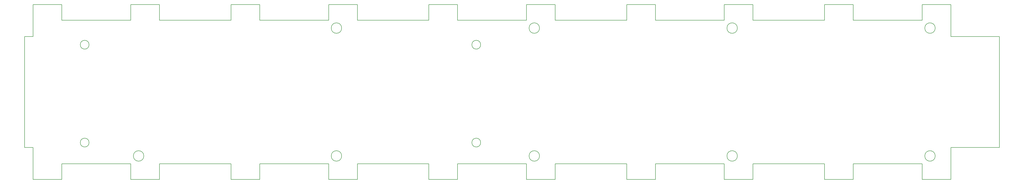
<source format=gbr>
G04 #@! TF.GenerationSoftware,KiCad,Pcbnew,5.0.2-bee76a0~70~ubuntu16.04.1*
G04 #@! TF.CreationDate,2019-05-02T01:50:19-04:00*
G04 #@! TF.ProjectId,BMS_Structural,424d535f-5374-4727-9563-747572616c2e,rev?*
G04 #@! TF.SameCoordinates,Original*
G04 #@! TF.FileFunction,Profile,NP*
%FSLAX46Y46*%
G04 Gerber Fmt 4.6, Leading zero omitted, Abs format (unit mm)*
G04 Created by KiCad (PCBNEW 5.0.2-bee76a0~70~ubuntu16.04.1) date Thu 02 May 2019 01:50:19 AM EDT*
%MOMM*%
%LPD*%
G01*
G04 APERTURE LIST*
%ADD10C,0.200000*%
G04 APERTURE END LIST*
D10*
X194188101Y-33524400D02*
G75*
G03X194188101Y-33524400I-1714500J0D01*
G01*
X185189600Y-24003000D02*
X212013601Y-24003000D01*
X185189600Y-17932400D02*
X185189600Y-24003000D01*
X262189601Y-85946400D02*
X251013601Y-85946400D01*
X262189601Y-79875800D02*
X262189601Y-85946400D01*
X328013601Y-79875800D02*
X300189601Y-79875800D01*
X328013601Y-85946400D02*
X328013601Y-79875800D01*
X140093600Y-27051000D02*
G75*
G03X140093600Y-27051000I-2032000J0D01*
G01*
X69189600Y-85946400D02*
X58013600Y-85946400D01*
X69189600Y-79875800D02*
X69189600Y-85946400D01*
X97013600Y-17932400D02*
X108189600Y-17932400D01*
X97013600Y-24003000D02*
X97013600Y-17932400D01*
X185189600Y-85946400D02*
X174013600Y-85946400D01*
X185189600Y-79875800D02*
X185189600Y-85946400D01*
X377189601Y-30353000D02*
X396054601Y-30353000D01*
X41788101Y-33524400D02*
G75*
G03X41788101Y-33524400I-1714500J0D01*
G01*
X63093600Y-76827800D02*
G75*
G03X63093600Y-76827800I-2032000J0D01*
G01*
X31189600Y-85946400D02*
X20013600Y-85946400D01*
X31189600Y-79875800D02*
X31189600Y-85946400D01*
X217093601Y-76827800D02*
G75*
G03X217093601Y-76827800I-2032000J0D01*
G01*
X262189601Y-24003000D02*
X289013601Y-24003000D01*
X262189601Y-17932400D02*
X262189601Y-24003000D01*
X31189600Y-24003000D02*
X58013600Y-24003000D01*
X31189600Y-17932400D02*
X31189600Y-24003000D01*
X223189601Y-85946400D02*
X212013601Y-85946400D01*
X223189601Y-79875800D02*
X223189601Y-85946400D01*
X396054601Y-73525800D02*
X377189601Y-73525800D01*
X396054601Y-30353000D02*
X396054601Y-73525800D01*
X371093601Y-27051000D02*
G75*
G03X371093601Y-27051000I-2032000J0D01*
G01*
X212013601Y-79875800D02*
X185189600Y-79875800D01*
X212013601Y-85946400D02*
X212013601Y-79875800D01*
X289013601Y-17932400D02*
X300189601Y-17932400D01*
X289013601Y-24003000D02*
X289013601Y-17932400D01*
X300189601Y-85946400D02*
X289013601Y-85946400D01*
X300189601Y-79875800D02*
X300189601Y-85946400D01*
X108189600Y-85946400D02*
X97013600Y-85946400D01*
X108189600Y-79875800D02*
X108189600Y-85946400D01*
X300189601Y-24003000D02*
X328013601Y-24003000D01*
X300189601Y-17932400D02*
X300189601Y-24003000D01*
X20013600Y-17932400D02*
X31189600Y-17932400D01*
X20013600Y-30353000D02*
X20013600Y-17932400D01*
X328013601Y-17932400D02*
X339189601Y-17932400D01*
X328013601Y-24003000D02*
X328013601Y-17932400D01*
X146189600Y-85946400D02*
X135013600Y-85946400D01*
X146189600Y-79875800D02*
X146189600Y-85946400D01*
X97013600Y-79875800D02*
X69189600Y-79875800D01*
X97013600Y-85946400D02*
X97013600Y-79875800D01*
X251013601Y-17932400D02*
X262189601Y-17932400D01*
X251013601Y-24003000D02*
X251013601Y-17932400D01*
X16711600Y-30353000D02*
X20013600Y-30353000D01*
X16711600Y-73525800D02*
X16711600Y-30353000D01*
X135013600Y-79875800D02*
X108189600Y-79875800D01*
X135013600Y-85946400D02*
X135013600Y-79875800D01*
X377189601Y-17932400D02*
X377189601Y-30353000D01*
X20013600Y-73525800D02*
X16711600Y-73525800D01*
X20013600Y-85946400D02*
X20013600Y-73525800D01*
X339189601Y-85946400D02*
X328013601Y-85946400D01*
X339189601Y-79875800D02*
X339189601Y-85946400D01*
X41788101Y-71624400D02*
G75*
G03X41788101Y-71624400I-1714500J0D01*
G01*
X366013601Y-17932400D02*
X377189601Y-17932400D01*
X366013601Y-24003000D02*
X366013601Y-17932400D01*
X135013600Y-17932400D02*
X146189600Y-17932400D01*
X135013600Y-24003000D02*
X135013600Y-17932400D01*
X146189600Y-24003000D02*
X174013600Y-24003000D01*
X146189600Y-17932400D02*
X146189600Y-24003000D01*
X289013601Y-79875800D02*
X262189601Y-79875800D01*
X289013601Y-85946400D02*
X289013601Y-79875800D01*
X217093601Y-27051000D02*
G75*
G03X217093601Y-27051000I-2032000J0D01*
G01*
X377189601Y-85946400D02*
X366013601Y-85946400D01*
X377189601Y-73525800D02*
X377189601Y-85946400D01*
X58013600Y-79875800D02*
X31189600Y-79875800D01*
X58013600Y-85946400D02*
X58013600Y-79875800D01*
X294093601Y-76827800D02*
G75*
G03X294093601Y-76827800I-2032000J0D01*
G01*
X108189600Y-24003000D02*
X135013600Y-24003000D01*
X108189600Y-17932400D02*
X108189600Y-24003000D01*
X251013601Y-79875800D02*
X223189601Y-79875800D01*
X251013601Y-85946400D02*
X251013601Y-79875800D01*
X366013601Y-79875800D02*
X339189601Y-79875800D01*
X366013601Y-85946400D02*
X366013601Y-79875800D01*
X294093601Y-27051000D02*
G75*
G03X294093601Y-27051000I-2032000J0D01*
G01*
X174013600Y-17932400D02*
X185189600Y-17932400D01*
X174013600Y-24003000D02*
X174013600Y-17932400D01*
X223189601Y-24003000D02*
X251013601Y-24003000D01*
X223189601Y-17932400D02*
X223189601Y-24003000D01*
X339189601Y-24003000D02*
X366013601Y-24003000D01*
X339189601Y-17932400D02*
X339189601Y-24003000D01*
X174013600Y-79875800D02*
X146189600Y-79875800D01*
X174013600Y-85946400D02*
X174013600Y-79875800D01*
X212013601Y-17932400D02*
X223189601Y-17932400D01*
X212013601Y-24003000D02*
X212013601Y-17932400D01*
X140093600Y-76827800D02*
G75*
G03X140093600Y-76827800I-2032000J0D01*
G01*
X194188101Y-71624400D02*
G75*
G03X194188101Y-71624400I-1714500J0D01*
G01*
X371093601Y-76827800D02*
G75*
G03X371093601Y-76827800I-2032000J0D01*
G01*
X58013600Y-17932400D02*
X69189600Y-17932400D01*
X58013600Y-24003000D02*
X58013600Y-17932400D01*
X69189600Y-24003000D02*
X97013600Y-24003000D01*
X69189600Y-17932400D02*
X69189600Y-24003000D01*
M02*

</source>
